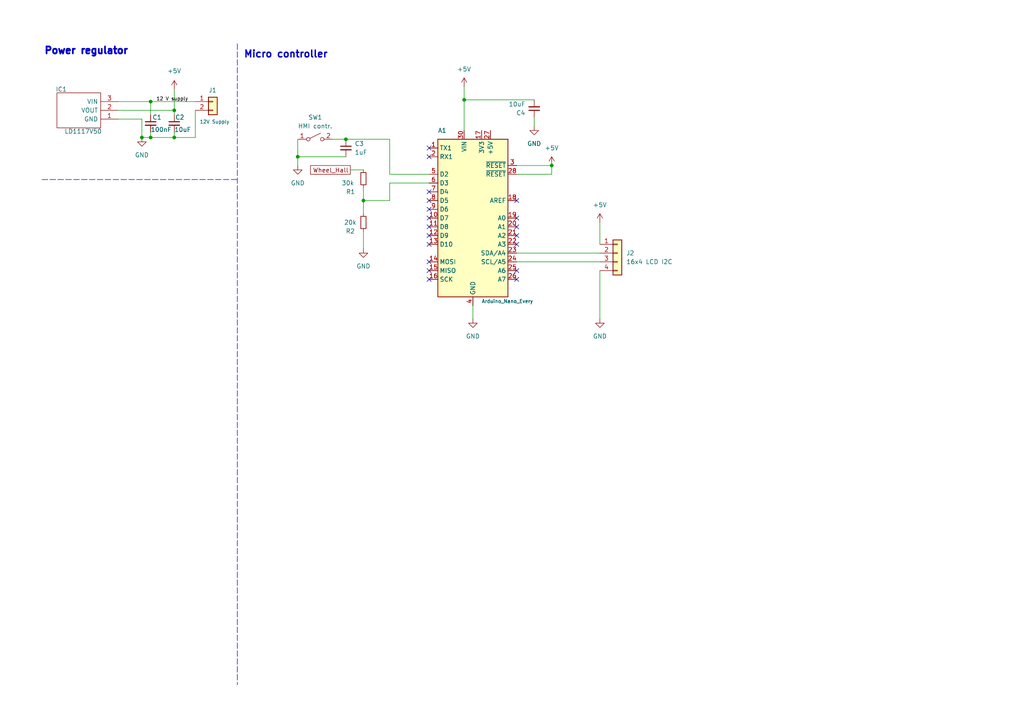
<source format=kicad_sch>
(kicad_sch (version 20211123) (generator eeschema)
  (paper "A4")
  (lib_symbols
    (symbol "+5V_1" (power) (pin_names (offset 0))
      (property "Value" "+5V_1" (at 0 3.556 0))
      (symbol "+5V_1_0_1"
        (polyline (pts (xy -0.762 1.27) (xy 0 2.54)))
        (polyline (pts (xy 0 0) (xy 0 2.54)))
        (polyline (pts (xy 0 2.54) (xy 0.762 1.27)))
      )
      (symbol "+5V_1_1_1"
        (pin power_in line (at 0 0 90) (length 0) hide (name "+5V") (number "1"))
      )
    )
    (symbol "Connector_Generic:Conn_01x02" (pin_names (offset 1.016) hide)
      (property "Reference" "J" (at 0 2.54 0))
      (property "Value" "Conn_01x02" (at 0 -5.08 0))
      (symbol "Conn_01x02_1_1"
        (rectangle (start -1.27 -2.413) (end 0 -2.667) (stroke (width 0.1524)))
        (rectangle (start -1.27 0.127) (end 0 -0.127) (stroke (width 0.1524)))
        (rectangle (start -1.27 1.27) (end 1.27 -3.81) (stroke (width 0.254)) (fill (type background)))
        (pin passive line (at -5.08 0 0) (length 3.81) (name "Pin_1") (number "1"))
        (pin passive line (at -5.08 -2.54 0) (length 3.81) (name "Pin_2") (number "2"))
      )
    )
    (symbol "Connector_Generic:Conn_01x04" (pin_names (offset 1.016) hide)
      (property "Reference" "J" (at 0 5.08 0))
      (property "Value" "Conn_01x04" (at 0 -7.62 0))
      (symbol "Conn_01x04_1_1"
        (rectangle (start -1.27 -4.953) (end 0 -5.207) (stroke (width 0.1524)))
        (rectangle (start -1.27 -2.413) (end 0 -2.667) (stroke (width 0.1524)))
        (rectangle (start -1.27 0.127) (end 0 -0.127) (stroke (width 0.1524)))
        (rectangle (start -1.27 2.667) (end 0 2.413) (stroke (width 0.1524)))
        (rectangle (start -1.27 3.81) (end 1.27 -6.35) (stroke (width 0.254)) (fill (type background)))
        (pin passive line (at -5.08 2.54 0) (length 3.81) (name "Pin_1") (number "1"))
        (pin passive line (at -5.08 0 0) (length 3.81) (name "Pin_2") (number "2"))
        (pin passive line (at -5.08 -2.54 0) (length 3.81) (name "Pin_3") (number "3"))
        (pin passive line (at -5.08 -5.08 0) (length 3.81) (name "Pin_4") (number "4"))
      )
    )
    (symbol "Device:C_Small" (pin_numbers hide) (pin_names (offset 0.254) hide)
      (property "Reference" "C" (at 0.254 1.778 0))
      (property "Value" "C_Small" (at 0.254 -2.032 0))
      (symbol "C_Small_0_1"
        (polyline (pts (xy -1.524 -0.508) (xy 1.524 -0.508)) (stroke (width 0.3302)))
        (polyline (pts (xy -1.524 0.508) (xy 1.524 0.508)) (stroke (width 0.3048)))
      )
      (symbol "C_Small_1_1"
        (pin passive line (at 0 2.54 270) (length 2.032) (name "~") (number "1"))
        (pin passive line (at 0 -2.54 90) (length 2.032) (name "~") (number "2"))
      )
    )
    (symbol "Device:R_Small" (pin_numbers hide) (pin_names (offset 0.254) hide)
      (property "Reference" "R" (at 0.762 0.508 0))
      (property "Value" "R_Small" (at 0.762 -1.016 0))
      (symbol "R_Small_0_1"
        (rectangle (start -0.762 1.778) (end 0.762 -1.778) (stroke (width 0.2032)))
      )
      (symbol "R_Small_1_1"
        (pin passive line (at 0 2.54 270) (length 0.762) (name "~") (number "1"))
        (pin passive line (at 0 -2.54 90) (length 0.762) (name "~") (number "2"))
      )
    )
    (symbol "GND_1" (power) (pin_names (offset 0))
      (property "Value" "GND_1" (at 0 -3.81 0))
      (symbol "GND_1_0_1"
        (polyline (pts (xy 0 0) (xy 0 -1.27) (xy 1.27 -1.27) (xy 0 -2.54) (xy -1.27 -1.27) (xy 0 -1.27)))
      )
      (symbol "GND_1_1_1"
        (pin power_in line (at 0 0 270) (length 0) hide (name "GND") (number "1"))
      )
    )
    (symbol "MCU_Module:Arduino_Nano_Every"
      (property "Reference" "A" (at -10.16 23.495 0))
      (property "Value" "Arduino_Nano_Every" (at 5.08 -24.13 0))
      (symbol "Arduino_Nano_Every_0_1"
        (rectangle (start -10.16 22.86) (end 10.16 -22.86) (stroke (width 0.254)) (fill (type background)))
      )
      (symbol "Arduino_Nano_Every_1_1"
        (pin bidirectional line (at -12.7 20.32 0) (length 2.54) (name "TX1") (number "1"))
        (pin bidirectional line (at -12.7 0 0) (length 2.54) (name "D7") (number "10"))
        (pin bidirectional line (at -12.7 -2.54 0) (length 2.54) (name "D8") (number "11"))
        (pin bidirectional line (at -12.7 -5.08 0) (length 2.54) (name "D9") (number "12"))
        (pin bidirectional line (at -12.7 -7.62 0) (length 2.54) (name "D10") (number "13"))
        (pin bidirectional line (at -12.7 -12.7 0) (length 2.54) (name "MOSI") (number "14"))
        (pin bidirectional line (at -12.7 -15.24 0) (length 2.54) (name "MISO") (number "15"))
        (pin bidirectional line (at -12.7 -17.78 0) (length 2.54) (name "SCK") (number "16"))
        (pin power_out line (at 2.54 25.4 270) (length 2.54) (name "3V3") (number "17"))
        (pin input line (at 12.7 5.08 180) (length 2.54) (name "AREF") (number "18"))
        (pin bidirectional line (at 12.7 0 180) (length 2.54) (name "A0") (number "19"))
        (pin bidirectional line (at -12.7 17.78 0) (length 2.54) (name "RX1") (number "2"))
        (pin bidirectional line (at 12.7 -2.54 180) (length 2.54) (name "A1") (number "20"))
        (pin bidirectional line (at 12.7 -5.08 180) (length 2.54) (name "A2") (number "21"))
        (pin bidirectional line (at 12.7 -7.62 180) (length 2.54) (name "A3") (number "22"))
        (pin bidirectional line (at 12.7 -10.16 180) (length 2.54) (name "SDA/A4") (number "23"))
        (pin bidirectional line (at 12.7 -12.7 180) (length 2.54) (name "SCL/A5") (number "24"))
        (pin bidirectional line (at 12.7 -15.24 180) (length 2.54) (name "A6") (number "25"))
        (pin bidirectional line (at 12.7 -17.78 180) (length 2.54) (name "A7") (number "26"))
        (pin power_out line (at 5.08 25.4 270) (length 2.54) (name "+5V") (number "27"))
        (pin input line (at 12.7 12.7 180) (length 2.54) (name "~{RESET}") (number "28"))
        (pin passive line (at 0 -25.4 90) (length 2.54) hide (name "GND") (number "29"))
        (pin input line (at 12.7 15.24 180) (length 2.54) (name "~{RESET}") (number "3"))
        (pin power_in line (at -2.54 25.4 270) (length 2.54) (name "VIN") (number "30"))
        (pin power_in line (at 0 -25.4 90) (length 2.54) (name "GND") (number "4"))
        (pin bidirectional line (at -12.7 12.7 0) (length 2.54) (name "D2") (number "5"))
        (pin bidirectional line (at -12.7 10.16 0) (length 2.54) (name "D3") (number "6"))
        (pin bidirectional line (at -12.7 7.62 0) (length 2.54) (name "D4") (number "7"))
        (pin bidirectional line (at -12.7 5.08 0) (length 2.54) (name "D5") (number "8"))
        (pin bidirectional line (at -12.7 2.54 0) (length 2.54) (name "D6") (number "9"))
      )
    )
    (symbol "Switch:SW_SPST" (pin_names (offset 0) hide)
      (property "Reference" "SW" (at 0 3.175 0))
      (property "Value" "SW_SPST" (at 0 -2.54 0))
      (symbol "SW_SPST_0_0"
        (circle (center -2.032 0) (radius 0.508))
        (polyline (pts (xy -1.524 0.254) (xy 1.524 1.778)))
        (circle (center 2.032 0) (radius 0.508))
      )
      (symbol "SW_SPST_1_1"
        (pin passive line (at -5.08 0 0) (length 2.54) (name "A") (number "1"))
        (pin passive line (at 5.08 0 180) (length 2.54) (name "B") (number "2"))
      )
    )
    (symbol "components:LD1117V50" (pin_names (offset 0.762))
      (property "Reference" "IC" (at -5.08 6.35 0))
      (property "Value" "LD1117V50" (at -2.54 -6.35 0))
      (symbol "LD1117V50_0_0"
        (pin power_in line (at -11.43 2.54 0) (length 5.08) (name "GND") (number "1"))
        (pin output line (at -11.43 0 0) (length 5.08) (name "VOUT") (number "2"))
        (pin input line (at -11.43 -2.54 0) (length 5.08) (name "VIN") (number "3"))
      )
      (symbol "LD1117V50_0_1"
        (polyline (pts (xy -6.35 5.08) (xy 6.35 5.08) (xy 6.35 -5.08) (xy -6.35 -5.08) (xy -6.35 5.08)) (stroke (width 0.1524)))
      )
    )
    (symbol "power:+5V" (power) (pin_names (offset 0))
      (property "Value" "+5V" (at 0 3.556 0))
      (symbol "+5V_0_1"
        (polyline (pts (xy -0.762 1.27) (xy 0 2.54)))
        (polyline (pts (xy 0 0) (xy 0 2.54)))
        (polyline (pts (xy 0 2.54) (xy 0.762 1.27)))
      )
      (symbol "+5V_1_1"
        (pin power_in line (at 0 0 90) (length 0) hide (name "+5V") (number "1"))
      )
    )
    (symbol "power:GND" (power) (pin_names (offset 0))
      (property "Value" "GND" (at 0 -3.81 0))
      (symbol "GND_0_1"
        (polyline (pts (xy 0 0) (xy 0 -1.27) (xy 1.27 -1.27) (xy 0 -2.54) (xy -1.27 -1.27) (xy 0 -1.27)))
      )
      (symbol "GND_1_1"
        (pin power_in line (at 0 0 270) (length 0) hide (name "GND") (number "1"))
      )
    )
  )
  (junction (at 86.36 45.466))
  (junction (at 134.62 28.956))
  (junction (at 100.33 40.386))
  (junction (at 43.688 39.878))
  (junction (at 41.148 39.878))
  (junction (at 160.02 48.006))
  (junction (at 50.546 32.004))
  (junction (at 105.41 58.166))
  (junction (at 43.688 29.464))
  (junction (at 50.546 39.878))
  (no_connect (at 124.46 60.706))
  (no_connect (at 124.46 58.166))
  (no_connect (at 149.86 70.866))
  (no_connect (at 124.46 68.326))
  (no_connect (at 124.46 55.626))
  (no_connect (at 124.46 81.026))
  (no_connect (at 124.46 70.866))
  (no_connect (at 124.46 65.786))
  (no_connect (at 124.46 45.466))
  (no_connect (at 149.86 68.326))
  (no_connect (at 124.46 63.246))
  (no_connect (at 149.86 78.486))
  (no_connect (at 149.86 63.246))
  (no_connect (at 149.86 58.166))
  (no_connect (at 149.86 81.026))
  (no_connect (at 124.46 75.946))
  (no_connect (at 124.46 78.486))
  (no_connect (at 124.46 42.926))
  (no_connect (at 149.86 65.786))
  (polyline (pts (xy 68.834 12.7) (xy 68.834 198.628)))
  (wire (pts (xy 43.688 38.354) (xy 43.688 39.878)))
  (wire (pts (xy 43.688 33.274) (xy 43.688 29.464)))
  (wire (pts (xy 173.99 78.486) (xy 173.99 92.456)))
  (wire (pts (xy 86.36 45.466) (xy 86.36 48.006)))
  (wire (pts (xy 34.29 32.004) (xy 50.546 32.004)))
  (wire (pts (xy 105.41 67.056) (xy 105.41 72.136)))
  (wire (pts (xy 134.62 28.956) (xy 134.62 37.846)))
  (wire (pts (xy 96.52 40.386) (xy 100.33 40.386)))
  (wire (pts (xy 43.688 39.878) (xy 41.148 39.878)))
  (wire (pts (xy 56.642 32.004) (xy 56.642 39.878)))
  (wire (pts (xy 50.546 25.908) (xy 50.546 32.004)))
  (wire (pts (xy 50.546 39.878) (xy 43.688 39.878)))
  (wire (pts (xy 113.03 58.166) (xy 105.41 58.166)))
  (wire (pts (xy 56.642 39.878) (xy 50.546 39.878)))
  (wire (pts (xy 86.36 45.466) (xy 100.33 45.466)))
  (wire (pts (xy 124.46 53.086) (xy 113.03 53.086)))
  (wire (pts (xy 43.688 29.464) (xy 56.642 29.464)))
  (wire (pts (xy 134.62 28.956) (xy 154.94 28.956)))
  (wire (pts (xy 41.148 34.544) (xy 34.29 34.544)))
  (wire (pts (xy 105.41 58.166) (xy 105.41 61.976)))
  (wire (pts (xy 149.86 50.546) (xy 160.02 50.546)))
  (wire (pts (xy 154.94 34.036) (xy 154.94 36.576)))
  (polyline (pts (xy 12.192 52.07) (xy 68.834 52.07)))
  (wire (pts (xy 149.86 75.946) (xy 173.99 75.946)))
  (wire (pts (xy 137.16 88.646) (xy 137.16 92.456)))
  (wire (pts (xy 113.03 53.086) (xy 113.03 58.166)))
  (wire (pts (xy 50.546 32.004) (xy 50.546 33.274)))
  (wire (pts (xy 149.86 48.006) (xy 160.02 48.006)))
  (wire (pts (xy 105.41 54.356) (xy 105.41 58.166)))
  (wire (pts (xy 160.02 50.546) (xy 160.02 48.006)))
  (wire (pts (xy 86.36 40.386) (xy 86.36 45.466)))
  (wire (pts (xy 101.6 49.276) (xy 105.41 49.276)))
  (wire (pts (xy 113.03 50.546) (xy 124.46 50.546)))
  (wire (pts (xy 34.29 29.464) (xy 43.688 29.464)))
  (wire (pts (xy 149.86 73.406) (xy 173.99 73.406)))
  (wire (pts (xy 134.62 25.146) (xy 134.62 28.956)))
  (wire (pts (xy 100.33 40.386) (xy 113.03 40.386)))
  (wire (pts (xy 173.99 64.516) (xy 173.99 70.866)))
  (wire (pts (xy 50.546 38.354) (xy 50.546 39.878)))
  (wire (pts (xy 113.03 40.386) (xy 113.03 50.546)))
  (wire (pts (xy 41.148 34.544) (xy 41.148 39.878)))
  (text "Power regulator " (at 12.7 16.002 0) (effects (font (size 2 2) (thickness 0.5) bold) (justify left bottom)))
  (text "Micro controller" (at 70.612 17.018 0) (effects (font (size 2 2) bold) (justify left bottom)))
  (label "12 V supply" (at 54.61 29.464 180) (effects (font (size 1 1))))
  (global_label "Wheel_Hall" (shape passive) (at 101.6 49.276 180) (property "Intersheet References" "${INTERSHEET_REFS}" (effects hide)))
  (symbol (lib_id "Device:C_Small") (at 100.33 42.926 0) (unit 1)
    (property "Reference" "C3" (at 102.87 41.6622 0) (effects (justify left)))
    (property "Value" "1uF" (at 102.87 44.2022 0) (effects (justify left)))
  )
  (symbol (lib_id "Connector_Generic:Conn_01x04") (at 179.07 73.406 0) (unit 1)
    (property "Reference" "J2" (at 181.61 73.4059 0) (effects (justify left)))
    (property "Value" "16x4 LCD I2C" (at 181.61 75.9459 0) (effects (justify left)))
  )
  (symbol (lib_id "power:GND") (at 154.94 36.576 0) (unit 1)
    (property "Reference" "#PWR07" (effects hide))
    (property "Value" "GND" (at 154.94 41.656 0))
  )
  (symbol (lib_id "power:GND") (at 173.99 92.456 0) (unit 1)
    (property "Reference" "#PWR010" (effects hide))
    (property "Value" "GND" (at 173.99 97.536 0))
  )
  (symbol (lib_id "Device:C_Small") (at 50.546 35.814 0) (unit 1)
    (property "Reference" "C2" (at 50.8 34.036 0) (effects (justify left)))
    (property "Value" "10uF" (at 50.546 37.592 0) (effects (justify left)))
  )
  (symbol (lib_id "power:+5V") (at 160.02 48.006 0) (unit 1)
    (property "Reference" "#PWR08" (effects hide))
    (property "Value" "+5V" (at 160.02 42.926 0))
  )
  (symbol (lib_id "MCU_Module:Arduino_Nano_Every") (at 137.16 63.246 0) (unit 1)
    (property "Reference" "A1" (at 127 37.846 0) (effects (justify left)))
    (property "Value" "Arduino_Nano_Every" (at 139.7 87.376 0) (effects (font (size 1 1)) (justify left)))
    (property "Footprint" "Module:Arduino_Nano" (effects hide))
    (property "Datasheet" "https://content.arduino.cc/assets/NANOEveryV3.0_sch.pdf" (effects hide))
  )
  (symbol (lib_id "Device:R_Small") (at 105.41 64.516 180) (unit 1)
    (property "Reference" "R2" (at 101.6 67.056 0))
    (property "Value" "20k" (at 101.6 64.516 0))
  )
  (symbol (lib_id "power:+5V") (at 173.99 64.516 0) (unit 1)
    (property "Reference" "#PWR09" (effects hide))
    (property "Value" "+5V" (at 173.99 59.436 0))
  )
  (symbol (lib_id "components:LD1117V50") (at 22.86 32.004 180) (unit 1)
    (property "Reference" "IC1" (at 17.78 25.908 0))
    (property "Value" "LD1117V50" (at 24.13 38.1 0))
    (property "Footprint" "TO270P460X1020X2008-3P" (effects hide))
    (property "Datasheet" "http://www.st.com/web/en/resource/technical/document/datasheet/CD00000544.pdf" (effects hide))
    (property "Description" "LD1117V50, Low Dropout Voltage Regulator, 1.3A, 5 V +/-1%, 3-Pin TO-220" (effects hide))
    (property "Height" "4.6" (effects hide))
    (property "Manufacturer_Name" "STMicroelectronics" (effects hide))
    (property "Manufacturer_Part_Number" "LD1117V50" (effects hide))
    (property "Mouser Part Number" "511-LD1117V50" (effects hide))
    (property "Mouser Price/Stock" "https://www.mouser.co.uk/ProductDetail/STMicroelectronics/LD1117V50?qs=arR7071Fstdq5MS%2FejBvyQ%3D%3D" (effects hide))
    (property "Arrow Part Number" "LD1117V50" (effects hide))
    (property "Arrow Price/Stock" "https://www.arrow.com/en/products/ld1117v50/stmicroelectronics?region=europe" (effects hide))
  )
  (symbol (lib_id "power:GND") (at 86.36 48.006 0) (unit 1)
    (property "Reference" "#PWR03" (effects hide))
    (property "Value" "GND" (at 86.36 53.086 0))
  )
  (symbol (lib_name "+5V_1") (lib_id "power:+5V") (at 50.546 25.908 0) (unit 1)
    (property "Reference" "#PWR02" (effects hide))
    (property "Value" "+5V" (at 50.546 20.574 0))
  )
  (symbol (lib_id "power:GND") (at 105.41 72.136 0) (unit 1)
    (property "Reference" "#PWR04" (effects hide))
    (property "Value" "GND" (at 105.41 77.216 0))
  )
  (symbol (lib_name "GND_1") (lib_id "power:GND") (at 41.148 39.878 0) (unit 1)
    (property "Reference" "#PWR01" (effects hide))
    (property "Value" "GND" (at 41.148 44.958 0))
  )
  (symbol (lib_id "Connector_Generic:Conn_01x02") (at 61.722 29.464 0) (unit 1)
    (property "Reference" "J1" (at 60.452 26.162 0) (effects (justify left)))
    (property "Value" "12V Supply" (at 57.912 35.306 0) (effects (font (size 1 1)) (justify left)))
  )
  (symbol (lib_id "Switch:SW_SPST") (at 91.44 40.386 0) (unit 1)
    (property "Reference" "SW1" (at 91.44 34.036 0))
    (property "Value" "HMI contr." (at 91.44 36.576 0))
  )
  (symbol (lib_id "Device:R_Small") (at 105.41 51.816 0) (unit 1)
    (property "Reference" "R1" (at 100.33 55.626 0) (effects (justify left)))
    (property "Value" "30k" (at 99.06 53.086 0) (effects (justify left)))
  )
  (symbol (lib_id "power:+5V") (at 134.62 25.146 0) (unit 1)
    (property "Reference" "#PWR05" (effects hide))
    (property "Value" "+5V" (at 134.62 20.066 0))
  )
  (symbol (lib_id "Device:C_Small") (at 154.94 31.496 180) (unit 1)
    (property "Reference" "C4" (at 152.4 32.766 0) (effects (justify left)))
    (property "Value" "10uF" (at 152.4 30.2198 0) (effects (justify left)))
  )
  (symbol (lib_id "Device:C_Small") (at 43.688 35.814 0) (unit 1)
    (property "Reference" "C1" (at 44.196 34.036 0) (effects (justify left)))
    (property "Value" "100nF" (at 43.688 37.592 0) (effects (justify left)))
  )
  (symbol (lib_id "power:GND") (at 137.16 92.456 0) (unit 1)
    (property "Reference" "#PWR06" (effects hide))
    (property "Value" "GND" (at 137.16 97.536 0))
  )
)
</source>
